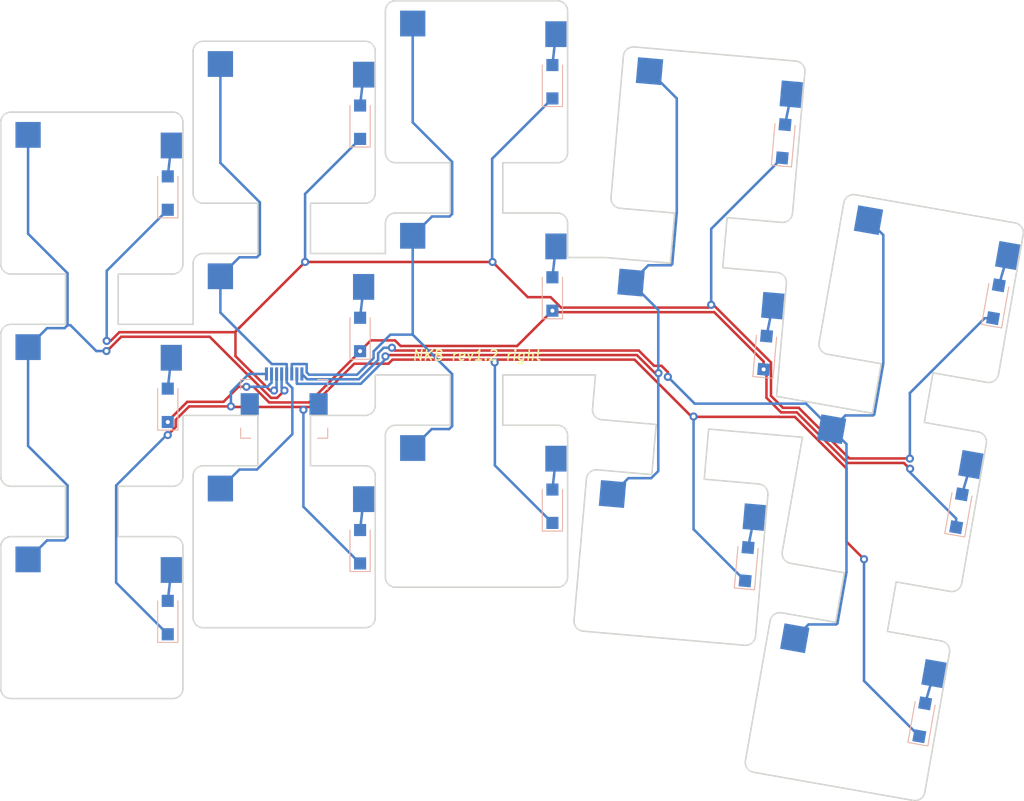
<source format=kicad_pcb>
(kicad_pcb (version 20221018) (generator pcbnew)
  (title_block (title "right") (rev "rev1.2") (company "nikservik"))
  (layers (0 "F.Cu" signal) (31 "B.Cu" signal) (34 "B.Paste" user) (35 "F.Paste" user) (36 "B.SilkS" user "B.Silkscreen") (37 "F.SilkS" user "F.Silkscreen") (38 "B.Mask" user) (39 "F.Mask" user) (44 "Edge.Cuts" user))
  (net 0 "")
  (net 1 "C10")
  (net 2 "RR2")
  (net 3 "S1_s2d")
  (net 4 "RR1")
  (net 5 "S2_s2d")
  (net 6 "RR3")
  (net 7 "S3_s2d")
  (net 8 "C9")
  (net 9 "S4_s2d")
  (net 10 "S5_s2d")
  (net 11 "S6_s2d")
  (net 12 "C8")
  (net 13 "S7_s2d")
  (net 14 "S8_s2d")
  (net 15 "S9_s2d")
  (net 16 "C7")
  (net 17 "S10_s2d")
  (net 18 "S11_s2d")
  (net 19 "S12_s2d")
  (net 20 "C6")
  (net 21 "S13_s2d")
  (net 22 "S14_s2d")
  (net 23 "S15_s2d")
  (footprint "GateronLowProfileSwitch" (layer "F.Cu") (at 279.225337 79.348581 -10)
    (fp_text reference "S2" hide)
    (fp_text value "" hide)
  )
  (footprint "GateronLowProfileSwitch" (layer "F.Cu") (at 197.291967 69.91441)
    (fp_text reference "S14" hide)
    (fp_text value "" hide)
  )
  (footprint "GateronLowProfileSwitch" (layer "F.Cu") (at 254.506483 105.925158 -5)
    (fp_text reference "S6" hide)
    (fp_text value "" hide)
  )
  (footprint "GateronLowProfileSwitch" (layer "F.Cu") (at 235.291967 100.85441)
    (fp_text reference "S9" hide)
    (fp_text value "" hide)
  )
  (footprint "GateronLowProfileSwitch" (layer "F.Cu") (at 258.161795 64.144753 -5)
    (fp_text reference "S5" hide)
    (fp_text value "" hide)
  )
  (footprint "GateronLowProfileSwitch" (layer "F.Cu") (at 271.942532 120.651419 -10)
    (fp_text reference "S3" hide)
    (fp_text value "" hide)
  )
  (footprint "GateronLowProfileSwitch" (layer "F.Cu") (at 235.291967 79.88441)
    (fp_text reference "S7" hide)
    (fp_text value "" hide)
  )
  (footprint "GateronLowProfileSwitch" (layer "F.Cu") (at 235.291967 58.91441)
    (fp_text reference "S8" hide)
    (fp_text value "" hide)
  )
  (footprint "GateronLowProfileSwitch" (layer "F.Cu") (at 197.291967 90.88441)
    (fp_text reference "S13" hide)
    (fp_text value "" hide)
  )
  (footprint "GateronLowProfileSwitch" (layer "F.Cu") (at 216.291967 83.88441)
    (fp_text reference "S10" hide)
    (fp_text value "" hide)
  )
  (footprint "GateronLowProfileSwitch" (layer "F.Cu") (at 275.583934 100 -10)
    (fp_text reference "S1" hide)
    (fp_text value "" hide)
  )
  (footprint "GateronLowProfileSwitch" (layer "F.Cu") (at 216.291967 104.85441)
    (fp_text reference "S12" hide)
    (fp_text value "" hide)
  )
  (footprint "GateronLowProfileSwitch" (layer "F.Cu") (at 216.291967 62.91441)
    (fp_text reference "S11" hide)
    (fp_text value "" hide)
  )
  (footprint "GateronLowProfileSwitch" (layer "F.Cu") (at 256.33414 85.034956 -5)
    (fp_text reference "S4" hide)
    (fp_text value "" hide)
  )
  (footprint "GateronLowProfileSwitch" (layer "F.Cu") (at 197.291967 111.85441)
    (fp_text reference "S15" hide)
    (fp_text value "" hide)
  )
  (footprint "SmdDiode" (layer "B.Cu") (at 279.225337 79.348581 -10)
    (fp_text reference "")
    (fp_text value "")
  )
  (footprint "SmdDiode" (layer "B.Cu") (at 216.291967 104.85441)
    (fp_text reference "")
    (fp_text value "")
  )
  (footprint "SmdDiode" (layer "B.Cu") (at 216.291967 83.88441)
    (fp_text reference "")
    (fp_text value "")
  )
  (footprint "SmdDiode" (layer "B.Cu") (at 216.291967 62.91441)
    (fp_text reference "")
    (fp_text value "")
  )
  (footprint "SmdDiode" (layer "B.Cu") (at 258.161795 64.144753 -5)
    (fp_text reference "")
    (fp_text value "")
  )
  (footprint "SmdDiode" (layer "B.Cu") (at 256.33414 85.034956 -5)
    (fp_text reference "")
    (fp_text value "")
  )
  (footprint "SmdDiode" (layer "B.Cu") (at 197.291967 111.85441)
    (fp_text reference "")
    (fp_text value "")
  )
  (footprint "SmdDiode" (layer "B.Cu") (at 275.583934 100 -10)
    (fp_text reference "")
    (fp_text value "")
  )
  (footprint "HKWClamshellSocket" (layer "B.Cu") (at 216.291967 90.78441 180)
    (fp_text reference "_1" hide)
    (fp_text value "" hide)
  )
  (footprint "SmdDiode" (layer "B.Cu") (at 197.291967 69.91441)
    (fp_text reference "")
    (fp_text value "")
  )
  (footprint "SmdDiode" (layer "B.Cu") (at 235.291967 58.91441)
    (fp_text reference "")
    (fp_text value "")
  )
  (footprint "SmdDiode" (layer "B.Cu") (at 197.291967 90.88441)
    (fp_text reference "")
    (fp_text value "")
  )
  (footprint "SmdDiode" (layer "B.Cu") (at 235.291967 100.85441)
    (fp_text reference "")
    (fp_text value "")
  )
  (footprint "SmdDiode" (layer "B.Cu") (at 254.506483 105.925158 -5)
    (fp_text reference "")
    (fp_text value "")
  )
  (footprint "SmdDiode" (layer "B.Cu") (at 235.291967 79.88441)
    (fp_text reference "")
    (fp_text value "")
  )
  (footprint "SmdDiode" (layer "B.Cu") (at 271.942532 120.651419 -10)
    (fp_text reference "")
    (fp_text value "")
  )
  (gr_line (start 232.691967 66.91441) (end 232.691967 71.88441) (stroke (width 0.15)) (layer "Edge.Cuts"))
  (gr_arc (start 206.291967 97.88441) (mid 205.999074 98.591517) (end 205.291967 98.88441) (stroke (width 0.15)) (layer "Edge.Cuts"))
  (gr_line (start 266.828599 56.872441) (end 250.889484 55.477949) (stroke (width 0.15)) (layer "Edge.Cuts"))
  (gr_arc (start 284.851582 93.510723) (mid 285.497086 93.921954) (end 285.662742 94.669179) (stroke (width 0.15)) (layer "Edge.Cuts"))
  (gr_line (start 263.173287 98.652847) (end 257.793836 98.182206) (stroke (width 0.15)) (layer "Edge.Cuts"))
  (gr_line (start 271.577604 70.892094) (end 269.14653 84.679402) (stroke (width 0.15)) (layer "Edge.Cuts"))
  (gr_line (start 188.291967 62.91441) (end 188.291967 76.91441) (stroke (width 0.15)) (layer "Edge.Cuts"))
  (gr_line (start 226.291967 75.88441) (end 224.291967 75.88441) (stroke (width 0.15)) (layer "Edge.Cuts"))
  (gr_arc (start 264.294799 112.19493) (mid 264.706031 111.549426) (end 265.453256 111.383771) (stroke (width 0.15)) (layer "Edge.Cuts"))
  (gr_line (start 218.891967 91.88441) (end 224.291967 91.88441) (stroke (width 0.15)) (layer "Edge.Cuts"))
  (gr_arc (start 189.291967 98.88441) (mid 188.58486 98.591517) (end 188.291967 97.88441) (stroke (width 0.15)) (layer "Edge.Cuts"))
  (gr_arc (start 262.674885 127.140695) (mid 262.029381 126.729464) (end 261.863725 125.982239) (stroke (width 0.15)) (layer "Edge.Cuts"))
  (gr_line (start 248.064967 76.288606) (end 248.064967 76.28041) (stroke (width 0.15)) (layer "Edge.Cuts"))
  (gr_line (start 207.291967 55.91441) (end 207.291967 69.91441) (stroke (width 0.15)) (layer "Edge.Cuts"))
  (gr_arc (start 188.291967 62.91441) (mid 188.58486 62.207303) (end 189.291967 61.91441) (stroke (width 0.15)) (layer "Edge.Cuts"))
  (gr_line (start 237.891967 66.91441) (end 243.291967 66.91441) (stroke (width 0.15)) (layer "Edge.Cuts"))
  (gr_arc (start 279.590265 129.107906) (mid 279.179034 129.75341) (end 278.431809 129.919066) (stroke (width 0.15)) (layer "Edge.Cuts"))
  (gr_line (start 279.53362 92.573023) (end 280.396651 87.678529) (stroke (width 0.15)) (layer "Edge.Cuts"))
  (gr_arc (start 244.291967 65.91441) (mid 243.999074 66.621517) (end 243.291967 66.91441) (stroke (width 0.15)) (layer "Edge.Cuts"))
  (gr_line (start 189.291967 119.85441) (end 205.291967 119.85441) (stroke (width 0.15)) (layer "Edge.Cuts"))
  (gr_line (start 267.495648 94.04202) (end 265.505127 105.330821) (stroke (width 0.15)) (layer "Edge.Cuts"))
  (gr_arc (start 226.291967 51.91441) (mid 226.58486 51.207303) (end 227.291967 50.91441) (stroke (width 0.15)) (layer "Edge.Cuts"))
  (gr_arc (start 262.862146 113.682923) (mid 262.508739 114.361812) (end 261.778795 114.591962) (stroke (width 0.15)) (layer "Edge.Cuts"))
  (gr_line (start 254.441279 76.838793) (end 249.061828 76.368152) (stroke (width 0.15)) (layer "Edge.Cuts"))
  (gr_line (start 279.590265 129.107906) (end 282.021339 115.320598) (stroke (width 0.15)) (layer "Edge.Cuts"))
  (gr_line (start 276.755249 108.329947) (end 282.073211 109.267647) (stroke (width 0.15)) (layer "Edge.Cuts"))
  (gr_line (start 252.613623 97.728996) (end 247.234172 97.258355) (stroke (width 0.15)) (layer "Edge.Cuts"))
  (gr_line (start 224.291967 54.91441) (end 208.291967 54.91441) (stroke (width 0.15)) (layer "Edge.Cuts"))
  (gr_arc (start 207.291967 76.88441) (mid 207.58486 76.177303) (end 208.291967 75.88441) (stroke (width 0.15)) (layer "Edge.Cuts"))
  (gr_arc (start 269.957689 85.837857) (mid 269.312186 85.426626) (end 269.14653 84.679402) (stroke (width 0.15)) (layer "Edge.Cuts"))
  (gr_arc (start 281.210179 114.162142) (mid 281.855683 114.573373) (end 282.021339 115.320598) (stroke (width 0.15)) (layer "Edge.Cuts"))
  (gr_line (start 249.494992 71.417064) (end 254.874443 71.887705) (stroke (width 0.15)) (layer "Edge.Cuts"))
  (gr_line (start 259.621492 77.292003) (end 260.054656 72.340915) (stroke (width 0.15)) (layer "Edge.Cuts"))
  (gr_line (start 266.316287 106.489277) (end 271.634249 107.426977) (stroke (width 0.15)) (layer "Edge.Cuts"))
  (gr_line (start 253.046787 92.777908) (end 252.613623 97.728996) (stroke (width 0.15)) (layer "Edge.Cuts"))
  (gr_line (start 194.691967 77.91441) (end 194.691967 82.88441) (stroke (width 0.15)) (layer "Edge.Cuts"))
  (gr_arc (start 226.291967 93.85441) (mid 226.58486 93.147303) (end 227.291967 92.85441) (stroke (width 0.15)) (layer "Edge.Cuts"))
  (gr_line (start 254.874443 71.887705) (end 254.441279 76.838793) (stroke (width 0.15)) (layer "Edge.Cuts"))
  (gr_line (start 213.691967 96.85441) (end 208.291967 96.85441) (stroke (width 0.15)) (layer "Edge.Cuts"))
  (gr_line (start 213.691967 75.88441) (end 208.291967 75.88441) (stroke (width 0.15)) (layer "Edge.Cuts"))
  (gr_arc (start 224.291967 96.85441) (mid 224.999074 97.147303) (end 225.291967 97.85441) (stroke (width 0.15)) (layer "Edge.Cuts"))
  (gr_line (start 243.291967 92.85441) (end 237.891967 92.85441) (stroke (width 0.15)) (layer "Edge.Cuts"))
  (gr_line (start 199.891967 103.85441) (end 199.891967 98.88441) (stroke (width 0.15)) (layer "Edge.Cuts"))
  (gr_arc (start 225.291967 111.85441) (mid 224.999074 112.561517) (end 224.291967 112.85441) (stroke (width 0.15)) (layer "Edge.Cuts"))
  (gr_line (start 244.291967 65.91441) (end 244.291967 51.91441) (stroke (width 0.15)) (layer "Edge.Cuts"))
  (gr_line (start 237.891967 71.88441) (end 237.891967 66.91441) (stroke (width 0.15)) (layer "Edge.Cuts"))
  (gr_line (start 199.891967 98.88441) (end 205.291967 98.88441) (stroke (width 0.15)) (layer "Edge.Cuts"))
  (gr_arc (start 208.291967 70.91441) (mid 207.58486 70.621517) (end 207.291967 69.91441) (stroke (width 0.15)) (layer "Edge.Cuts"))
  (gr_line (start 207.291967 76.88441) (end 207.291967 82.88441) (stroke (width 0.15)) (layer "Edge.Cuts"))
  (gr_line (start 199.891967 82.88441) (end 207.291967 82.88441) (stroke (width 0.15)) (layer "Edge.Cuts"))
  (gr_arc (start 188.291967 83.88441) (mid 188.58486 83.177303) (end 189.291967 82.88441) (stroke (width 0.15)) (layer "Edge.Cuts"))
  (gr_line (start 225.291967 111.85441) (end 225.291967 97.85441) (stroke (width 0.15)) (layer "Edge.Cuts"))
  (gr_arc (start 249.494992 71.417065) (mid 248.816103 71.063658) (end 248.585953 70.333714) (stroke (width 0.15)) (layer "Edge.Cuts"))
  (gr_arc (start 271.577604 70.892094) (mid 271.988835 70.24659) (end 272.73606 70.080934) (stroke (width 0.15)) (layer "Edge.Cuts"))
  (gr_line (start 243.291967 50.91441) (end 227.291967 50.91441) (stroke (width 0.15)) (layer "Edge.Cuts"))
  (gr_line (start 194.691967 103.85441) (end 189.291967 103.85441) (stroke (width 0.15)) (layer "Edge.Cuts"))
  (gr_arc (start 283.231667 108.456488) (mid 282.820436 109.101992) (end 282.073211 109.267648) (stroke (width 0.15)) (layer "Edge.Cuts"))
  (gr_line (start 275.275651 86.775558) (end 274.41262 91.670053) (stroke (width 0.15)) (layer "Edge.Cuts"))
  (gr_arc (start 189.291967 119.85441) (mid 188.58486 119.561517) (end 188.291967 118.85441) (stroke (width 0.15)) (layer "Edge.Cuts"))
  (gr_line (start 207.291967 97.85441) (end 207.291967 111.85441) (stroke (width 0.15)) (layer "Edge.Cuts"))
  (gr_line (start 213.691967 70.91441) (end 213.691967 75.88441) (stroke (width 0.15)) (layer "Edge.Cuts"))
  (gr_arc (start 244.291967 107.85441) (mid 243.999074 108.561517) (end 243.291967 108.85441) (stroke (width 0.15)) (layer "Edge.Cuts"))
  (gr_line (start 275.892218 113.224442) (end 276.755249 108.329947) (stroke (width 0.15)) (layer "Edge.Cuts"))
  (gr_line (start 232.691967 92.85441) (end 227.291967 92.85441) (stroke (width 0.15)) (layer "Edge.Cuts"))
  (gr_arc (start 249.806133 56.386988) (mid 250.15954 55.708099) (end 250.889484 55.477949) (stroke (width 0.15)) (layer "Edge.Cuts"))
  (gr_arc (start 225.291967 69.91441) (mid 224.999074 70.621517) (end 224.291967 70.91441) (stroke (width 0.15)) (layer "Edge.Cuts"))
  (gr_line (start 218.891967 75.88441) (end 218.891967 70.91441) (stroke (width 0.15)) (layer "Edge.Cuts"))
  (gr_line (start 237.891967 87.88441) (end 247.050466 87.88441) (stroke (width 0.15)) (layer "Edge.Cuts"))
  (gr_line (start 225.291967 69.91441) (end 225.291967 55.91441) (stroke (width 0.15)) (layer "Edge.Cuts"))
  (gr_arc (start 188.291967 104.85441) (mid 188.58486 104.147303) (end 189.291967 103.85441) (stroke (width 0.15)) (layer "Edge.Cuts"))
  (gr_arc (start 245.839681 113.19747) (mid 245.160792 112.844063) (end 244.930641 112.11412) (stroke (width 0.15)) (layer "Edge.Cuts"))
  (gr_arc (start 205.291967 61.91441) (mid 205.999074 62.207303) (end 206.291967 62.91441) (stroke (width 0.15)) (layer "Edge.Cuts"))
  (gr_arc (start 227.291967 108.85441) (mid 226.58486 108.561517) (end 226.291967 107.85441) (stroke (width 0.15)) (layer "Edge.Cuts"))
  (gr_line (start 226.291967 72.88441) (end 226.291967 75.88441) (stroke (width 0.15)) (layer "Edge.Cuts"))
  (gr_arc (start 247.667337 92.307267) (mid 246.988448 91.95386) (end 246.758297 91.223917) (stroke (width 0.15)) (layer "Edge.Cuts"))
  (gr_line (start 249.061828 76.368152) (end 248.065633 76.280996) (stroke (width 0.15)) (layer "Edge.Cuts"))
  (gr_line (start 194.691967 82.88441) (end 189.291967 82.88441) (stroke (width 0.15)) (layer "Edge.Cuts"))
  (gr_line (start 206.291967 118.85441) (end 206.291967 104.85441) (stroke (width 0.15)) (layer "Edge.Cuts"))
  (gr_line (start 264.2948 112.194931) (end 261.863725 125.982239) (stroke (width 0.15)) (layer "Edge.Cuts"))
  (gr_arc (start 266.517457 71.902518) (mid 266.16405 72.581406) (end 265.434107 72.811556) (stroke (width 0.15)) (layer "Edge.Cuts"))
  (gr_arc (start 226.291967 72.88441) (mid 226.58486 72.177303) (end 227.291967 71.88441) (stroke (width 0.15)) (layer "Edge.Cuts"))
  (gr_line (start 284.851582 93.510723) (end 279.53362 92.573023) (stroke (width 0.15)) (layer "Edge.Cuts"))
  (gr_line (start 245.83968 113.19747) (end 261.778795 114.591962) (stroke (width 0.15)) (layer "Edge.Cuts"))
  (gr_line (start 244.291967 107.85441) (end 244.291967 93.85441) (stroke (width 0.15)) (layer "Edge.Cuts"))
  (gr_arc (start 206.291967 118.85441) (mid 205.999074 119.561517) (end 205.291967 119.85441) (stroke (width 0.15)) (layer "Edge.Cuts"))
  (gr_line (start 205.291967 103.85441) (end 199.891967 103.85441) (stroke (width 0.15)) (layer "Edge.Cuts"))
  (gr_line (start 225.291967 90.88441) (end 225.291967 87.88441) (stroke (width 0.15)) (layer "Edge.Cuts"))
  (gr_arc (start 243.291967 71.88441) (mid 243.999074 72.177303) (end 244.291967 72.88441) (stroke (width 0.15)) (layer "Edge.Cuts"))
  (gr_line (start 224.291967 96.85441) (end 218.891967 96.85441) (stroke (width 0.15)) (layer "Edge.Cuts"))
  (gr_line (start 232.691967 71.88441) (end 227.291967 71.88441) (stroke (width 0.15)) (layer "Edge.Cuts"))
  (gr_arc (start 224.291967 54.91441) (mid 224.999074 55.207303) (end 225.291967 55.91441) (stroke (width 0.15)) (layer "Edge.Cuts"))
  (gr_line (start 262.862146 113.682923) (end 264.082326 99.736197) (stroke (width 0.15)) (layer "Edge.Cuts"))
  (gr_arc (start 206.291967 76.91441) (mid 205.999074 77.621517) (end 205.291967 77.91441) (stroke (width 0.15)) (layer "Edge.Cuts"))
  (gr_arc (start 266.316287 106.489277) (mid 265.670783 106.078046) (end 265.505127 105.330821) (stroke (width 0.15)) (layer "Edge.Cuts"))
  (gr_line (start 226.291967 51.91441) (end 226.291967 65.91441) (stroke (width 0.15)) (layer "Edge.Cuts"))
  (gr_arc (start 266.828599 56.872441) (mid 267.507488 57.225848) (end 267.737638 57.955792) (stroke (width 0.15)) (layer "Edge.Cuts"))
  (gr_line (start 247.050466 87.88441) (end 246.758297 91.223917) (stroke (width 0.15)) (layer "Edge.Cuts"))
  (gr_line (start 218.891967 96.85441) (end 218.891967 91.88441) (stroke (width 0.15)) (layer "Edge.Cuts"))
  (gr_line (start 188.291967 104.85441) (end 188.291967 118.85441) (stroke (width 0.15)) (layer "Edge.Cuts"))
  (gr_line (start 249.806133 56.386988) (end 248.585953 70.333714) (stroke (width 0.15)) (layer "Edge.Cuts"))
  (gr_line (start 288.492984 72.859305) (end 272.73606 70.080934) (stroke (width 0.15)) (layer "Edge.Cuts"))
  (gr_line (start 260.054656 72.340915) (end 265.434107 72.811556) (stroke (width 0.15)) (layer "Edge.Cuts"))
  (gr_line (start 226.291967 93.85441) (end 226.291967 107.85441) (stroke (width 0.15)) (layer "Edge.Cuts"))
  (gr_line (start 269.957689 85.837858) (end 275.275651 86.775558) (stroke (width 0.15)) (layer "Edge.Cuts"))
  (gr_line (start 208.291967 70.91441) (end 213.691967 70.91441) (stroke (width 0.15)) (layer "Edge.Cuts"))
  (gr_line (start 262.674885 127.140695) (end 278.431809 129.919066) (stroke (width 0.15)) (layer "Edge.Cuts"))
  (gr_line (start 206.291967 91.88441) (end 213.691967 91.88441) (stroke (width 0.15)) (layer "Edge.Cuts"))
  (gr_line (start 280.396651 87.678529) (end 285.714613 88.616229) (stroke (width 0.15)) (layer "Edge.Cuts"))
  (gr_arc (start 265.000942 77.762644) (mid 265.679831 78.116051) (end 265.909982 78.845994) (stroke (width 0.15)) (layer "Edge.Cuts"))
  (gr_line (start 266.517457 71.902517) (end 267.737638 57.955792) (stroke (width 0.15)) (layer "Edge.Cuts"))
  (gr_arc (start 207.291967 97.85441) (mid 207.58486 97.147303) (end 208.291967 96.85441) (stroke (width 0.15)) (layer "Edge.Cuts"))
  (gr_line (start 189.291967 77.91441) (end 194.691967 77.91441) (stroke (width 0.15)) (layer "Edge.Cuts"))
  (gr_line (start 188.291967 83.88441) (end 188.291967 97.88441) (stroke (width 0.15)) (layer "Edge.Cuts"))
  (gr_arc (start 263.173286 98.652847) (mid 263.852175 99.006254) (end 264.082326 99.736197) (stroke (width 0.15)) (layer "Edge.Cuts"))
  (gr_line (start 208.291967 112.85441) (end 224.291967 112.85441) (stroke (width 0.15)) (layer "Edge.Cuts"))
  (gr_arc (start 243.291967 92.85441) (mid 243.999074 93.147303) (end 244.291967 93.85441) (stroke (width 0.15)) (layer "Edge.Cuts"))
  (gr_line (start 218.891967 70.91441) (end 224.291967 70.91441) (stroke (width 0.15)) (layer "Edge.Cuts"))
  (gr_line (start 199.891967 77.91441) (end 205.291967 77.91441) (stroke (width 0.15)) (layer "Edge.Cuts"))
  (gr_line (start 227.291967 66.91441) (end 232.691967 66.91441) (stroke (width 0.15)) (layer "Edge.Cuts"))
  (gr_arc (start 288.492984 72.859305) (mid 289.138488 73.270536) (end 289.304144 74.017761) (stroke (width 0.15)) (layer "Edge.Cuts"))
  (gr_line (start 264.934242 89.998759) (end 265.909982 78.845994) (stroke (width 0.15)) (layer "Edge.Cuts"))
  (gr_arc (start 246.150821 98.167394) (mid 246.504228 97.488505) (end 247.234172 97.258355) (stroke (width 0.15)) (layer "Edge.Cuts"))
  (gr_arc (start 205.291967 103.85441) (mid 205.999074 104.147303) (end 206.291967 104.85441) (stroke (width 0.15)) (layer "Edge.Cuts"))
  (gr_line (start 248.065633 76.280996) (end 248.064967 76.288606) (stroke (width 0.15)) (layer "Edge.Cuts"))
  (gr_line (start 248.064967 76.28041) (end 244.291967 76.28041) (stroke (width 0.15)) (layer "Edge.Cuts"))
  (gr_arc (start 227.291967 66.91441) (mid 226.58486 66.621517) (end 226.291967 65.91441) (stroke (width 0.15)) (layer "Edge.Cuts"))
  (gr_line (start 264.934242 89.998759) (end 274.41262 91.670053) (stroke (width 0.15)) (layer "Edge.Cuts"))
  (gr_line (start 237.891967 92.85441) (end 237.891967 87.88441) (stroke (width 0.15)) (layer "Edge.Cuts"))
  (gr_line (start 281.21018 114.162142) (end 275.892218 113.224442) (stroke (width 0.15)) (layer "Edge.Cuts"))
  (gr_line (start 227.291967 108.85441) (end 243.291967 108.85441) (stroke (width 0.15)) (layer "Edge.Cuts"))
  (gr_arc (start 189.291967 77.91441) (mid 188.58486 77.621517) (end 188.291967 76.91441) (stroke (width 0.15)) (layer "Edge.Cuts"))
  (gr_arc (start 225.291967 90.88441) (mid 224.999074 91.591517) (end 224.291967 91.88441) (stroke (width 0.15)) (layer "Edge.Cuts"))
  (gr_line (start 265.000943 77.762644) (end 259.621492 77.292003) (stroke (width 0.15)) (layer "Edge.Cuts"))
  (gr_line (start 206.291967 76.91441) (end 206.291967 62.91441) (stroke (width 0.15)) (layer "Edge.Cuts"))
  (gr_arc (start 243.291967 50.91441) (mid 243.999074 51.207303) (end 244.291967 51.91441) (stroke (width 0.15)) (layer "Edge.Cuts"))
  (gr_line (start 205.291967 61.91441) (end 189.291967 61.91441) (stroke (width 0.15)) (layer "Edge.Cuts"))
  (gr_line (start 189.291967 98.88441) (end 194.691967 98.88441) (stroke (width 0.15)) (layer "Edge.Cuts"))
  (gr_arc (start 207.291967 55.91441) (mid 207.58486 55.207303) (end 208.291967 54.91441) (stroke (width 0.15)) (layer "Edge.Cuts"))
  (gr_arc (start 208.291967 112.85441) (mid 207.58486 112.561517) (end 207.291967 111.85441) (stroke (width 0.15)) (layer "Edge.Cuts"))
  (gr_line (start 247.667336 92.307267) (end 253.046787 92.777908) (stroke (width 0.15)) (layer "Edge.Cuts"))
  (gr_line (start 246.150821 98.167394) (end 244.930641 112.11412) (stroke (width 0.15)) (layer "Edge.Cuts"))
  (gr_line (start 244.291967 76.28041) (end 244.291967 72.88441) (stroke (width 0.15)) (layer "Edge.Cuts"))
  (gr_line (start 194.691967 98.88441) (end 194.691967 103.85441) (stroke (width 0.15)) (layer "Edge.Cuts"))
  (gr_line (start 243.291967 71.88441) (end 237.891967 71.88441) (stroke (width 0.15)) (layer "Edge.Cuts"))
  (gr_line (start 199.891967 82.88441) (end 199.891967 77.91441) (stroke (width 0.15)) (layer "Edge.Cuts"))
  (gr_line (start 257.793836 98.182206) (end 258.227 93.231118) (stroke (width 0.15)) (layer "Edge.Cuts"))
  (gr_line (start 258.227 93.231118) (end 267.495648 94.04202) (stroke (width 0.15)) (layer "Edge.Cuts"))
  (gr_line (start 232.691967 87.88441) (end 232.691967 92.85441) (stroke (width 0.15)) (layer "Edge.Cuts"))
  (gr_line (start 224.291967 75.88441) (end 218.891967 75.88441) (stroke (width 0.15)) (layer "Edge.Cuts"))
  (gr_line (start 270.771217 112.321471) (end 265.453256 111.383771) (stroke (width 0.15)) (layer "Edge.Cuts"))
  (gr_line (start 225.291967 87.88441) (end 232.691967 87.88441) (stroke (width 0.15)) (layer "Edge.Cuts"))
  (gr_line (start 206.291967 97.88441) (end 206.291967 91.88441) (stroke (width 0.15)) (layer "Edge.Cuts"))
  (gr_arc (start 286.873069 87.805069) (mid 286.461838 88.450573) (end 285.714613 88.616229) (stroke (width 0.15)) (layer "Edge.Cuts"))
  (gr_line (start 213.691967 91.88441) (end 213.691967 96.85441) (stroke (width 0.15)) (layer "Edge.Cuts"))
  (gr_line (start 283.231667 108.456488) (end 285.662741 94.669179) (stroke (width 0.15)) (layer "Edge.Cuts"))
  (gr_line (start 286.873069 87.805069) (end 289.304144 74.017761) (stroke (width 0.15)) (layer "Edge.Cuts"))
  (gr_line (start 271.634249 107.426977) (end 270.771217 112.321471) (stroke (width 0.15)) (layer "Edge.Cuts"))
  (gr_text "NKB rev1.2 right" (at 228.87 86.54) (layer "F.SilkS") (effects (font (size 1 1) (thickness 0.15) italic) (justify left bottom)))
  (segment (start 226.94 85.1955) (end 227.2145 85.47) (width 0.25) (layer "F.Cu") (net 1))
  (segment (start 254.2 87.610096) (end 254.2 88.07) (width 0.25) (layer "F.Cu") (net 1))
  (segment (start 252.836346 86.97995) (end 253.569854 86.97995) (width 0.25) (layer "F.Cu") (net 1))
  (segment (start 251.326396 85.47) (end 252.836346 86.97995) (width 0.25) (layer "F.Cu") (net 1))
  (segment (start 227.2145 85.47) (end 251.326396 85.47) (width 0.25) (layer "F.Cu") (net 1))
  (segment (start 253.569854 86.97995) (end 254.2 87.610096) (width 0.25) (layer "F.Cu") (net 1))
  (via (at 254.2 88.07) (size 0.8) (drill 0.4) (layers "F.Cu" "B.Cu") (net 1))
  (via (at 226.94 85.1955) (size 0.8) (drill 0.4) (layers "F.Cu" "B.Cu") (net 1))
  (segment (start 270.953793 112.437785) (end 270.818071 112.532819) (width 0.25) (layer "B.Cu") (net 1))
  (segment (start 274.595196 91.786367) (end 274.459474 91.881401) (width 0.25) (layer "B.Cu") (net 1))
  (segment (start 275.486999 74.059427) (end 275.486999 86.728704) (width 0.25) (layer "B.Cu") (net 1))
  (segment (start 275.486999 86.728704) (end 274.595196 91.786367) (width 0.25) (layer "B.Cu") (net 1))
  (segment (start 274.459474 91.881401) (end 271.740093 91.881401) (width 0.25) (layer "B.Cu") (net 1))
  (segment (start 270.818071 112.532819) (end 268.098692 112.532819) (width 0.25) (layer "B.Cu") (net 1))
  (segment (start 268.098692 112.532819) (end 266.73672 113.894791) (width 0.25) (layer "B.Cu") (net 1))
  (segment (start 271.845597 94.710847) (end 271.845597 107.380123) (width 0.25) (layer "B.Cu") (net 1))
  (segment (start 270.378122 93.243372) (end 271.845597 94.710847) (width 0.25) (layer "B.Cu") (net 1))
  (segment (start 223.674194 88.30941) (end 218.566967 88.30941) (width 0.25) (layer "B.Cu") (net 1))
  (segment (start 225.574098 86.409506) (end 223.674194 88.30941) (width 0.25) (layer "B.Cu") (net 1))
  (segment (start 256.846126 90.716126) (end 267.850876 90.716126) (width 0.25) (layer "B.Cu") (net 1))
  (segment (start 226.94 85.1955) (end 226.123793 85.1955) (width 0.25) (layer "B.Cu") (net 1))
  (segment (start 267.850876 90.716126) (end 270.378122 93.243372) (width 0.25) (layer "B.Cu") (net 1))
  (segment (start 271.740093 91.881401) (end 270.378122 93.243372) (width 0.25) (layer "B.Cu") (net 1))
  (segment (start 271.845597 107.380123) (end 270.953793 112.437785) (width 0.25) (layer "B.Cu") (net 1))
  (segment (start 254.2 88.07) (end 256.846126 90.716126) (width 0.25) (layer "B.Cu") (net 1))
  (segment (start 225.574098 85.745195) (end 225.574098 86.409506) (width 0.25) (layer "B.Cu") (net 1))
  (segment (start 274.019525 72.591953) (end 275.486999 74.059427) (width 0.25) (layer "B.Cu") (net 1))
  (segment (start 218.566967 88.30941) (end 218.041967 87.78441) (width 0.25) (layer "B.Cu") (net 1))
  (segment (start 226.123793 85.1955) (end 225.574098 85.745195) (width 0.25) (layer "B.Cu") (net 1))
  (segment (start 212.562299 89.052299) (end 213.259708 89.052299) (width 0.25) (layer "F.Cu") (net 2))
  (segment (start 277.809695 96.875) (end 277.514695 96.58) (width 0.25) (layer "F.Cu") (net 2))
  (segment (start 277.857219 96.875) (end 277.809695 96.875) (width 0.25) (layer "F.Cu") (net 2))
  (segment (start 218.75586 90.597744) (end 223.791967 85.561637) (width 0.25) (layer "F.Cu") (net 2))
  (segment (start 214.805153 90.597744) (end 218.75586 90.597744) (width 0.25) (layer "F.Cu") (net 2))
  (segment (start 239.306377 85.02) (end 242.791967 81.53441) (width 0.25) (layer "F.Cu") (net 2))
  (segment (start 277.514695 96.58) (end 271.94 96.58) (width 0.25) (layer "F.Cu") (net 2))
  (segment (start 223.791967 85.561637) (end 223.791967 85.53441) (width 0.25) (layer "F.Cu") (net 2))
  (segment (start 223.791967 85.53441) (end 224.855877 84.4705) (width 0.25) (layer "F.Cu") (net 2))
  (segment (start 227.240305 84.4705) (end 227.789805 85.02) (width 0.25) (layer "F.Cu") (net 2))
  (segment (start 242.937789 81.680232) (end 258.782889 81.680232) (width 0.25) (layer "F.Cu") (net 2))
  (segment (start 263.661793 86.559136) (end 263.661793 87.332345) (width 0.25) (layer "F.Cu") (net 2))
  (segment (start 224.855877 84.4705) (end 227.240305 84.4705) (width 0.25) (layer "F.Cu") (net 2))
  (segment (start 210.3 90.54) (end 206.717138 90.54) (width 0.25) (layer "F.Cu") (net 2))
  (segment (start 278.13149 97.149271) (end 277.857219 96.875) (width 0.25) (layer "F.Cu") (net 2))
  (segment (start 227.789805 85.02) (end 239.306377 85.02) (width 0.25) (layer "F.Cu") (net 2))
  (segment (start 213.259708 89.052299) (end 214.805153 90.597744) (width 0.25) (layer "F.Cu") (net 2))
  (segment (start 212.562299 89.052299) (end 211.787701 89.052299) (width 0.25) (layer "F.Cu") (net 2))
  (segment (start 206.717138 90.54) (end 204.791967 92.465171) (width 0.25) (layer "F.Cu") (net 2))
  (segment (start 266.94 91.58) (end 265.383604 91.58) (width 0.25) (layer "F.Cu") (net 2))
  (segment (start 271.94 96.58) (end 266.94 91.58) (width 0.25) (layer "F.Cu") (net 2))
  (segment (start 211.787701 89.052299) (end 210.3 90.54) (width 0.25) (layer "F.Cu") (net 2))
  (segment (start 263.94 90.136396) (end 263.94 87.610552) (width 0.25) (layer "F.Cu") (net 2))
  (segment (start 265.383604 91.58) (end 263.94 90.136396) (width 0.25) (layer "F.Cu") (net 2))
  (segment (start 263.94 87.610552) (end 263.661793 87.332345) (width 0.25) (layer "F.Cu") (net 2))
  (segment (start 242.791967 81.53441) (end 242.937789 81.680232) (width 0.25) (layer "F.Cu") (net 2))
  (segment (start 258.782889 81.680232) (end 263.661793 86.559136) (width 0.25) (layer "F.Cu") (net 2))
  (segment (start 204.791967 92.465171) (end 204.791967 92.53441) (width 0.25) (layer "F.Cu") (net 2))
  (via (at 223.791967 85.53441) (size 0.8) (drill 0.4) (layers "F.Cu" "B.Cu") (net 2))
  (via (at 263.661793 87.332345) (size 0.8) (drill 0.4) (layers "F.Cu" "B.Cu") (net 2))
  (via (at 204.791967 92.53441) (size 0.8) (drill 0.4) (layers "F.Cu" "B.Cu") (net 2))
  (via (at 212.562299 89.052299) (size 0.8) (drill 0.4) (layers "F.Cu" "B.Cu") (net 2))
  (via (at 278.13149 97.149271) (size 0.8) (drill 0.4) (layers "F.Cu" "B.Cu") (net 2))
  (via (at 242.791967 81.53441) (size 0.8) (drill 0.4) (layers "F.Cu" "B.Cu") (net 2))
  (segment (start 282.683473 102.073473) (end 282.683473 102.927294) (width 0.25) (layer "B.Cu") (net 2))
  (segment (start 214.637701 89.052299) (end 215.041967 88.648033) (width 0.25) (layer "B.Cu") (net 2))
  (segment (start 278.13149 97.149271) (end 278.13149 97.52149) (width 0.25) (layer "B.Cu") (net 2))
  (segment (start 212.562299 89.052299) (end 214.637701 89.052299) (width 0.25) (layer "B.Cu") (net 2))
  (segment (start 215.041967 88.648033) (end 215.041967 87.78441) (width 0.25) (layer "B.Cu") (net 2))
  (segment (start 278.13149 97.52149) (end 282.683473 102.073473) (width 0.25) (layer "B.Cu") (net 2))
  (segment (start 284.130822 96.734542) (end 283.256512 99.677429) (width 0.25) (layer "B.Cu") (net 3))
  (segment (start 214.902945 89.422744) (end 213.089611 87.60941) (width 0.25) (layer "F.Cu") (net 4))
  (segment (start 264.39 89.95) (end 264.39 86.650947) (width 0.25) (layer "F.Cu") (net 4))
  (segment (start 199.148909 84.52) (end 198.76 84.52) (width 0.25) (layer "F.Cu") (net 4))
  (segment (start 200.008909 83.66) (end 199.148909 84.52) (width 0.25) (layer "F.Cu") (net 4))
  (segment (start 236.88 76.72) (end 218.36 76.72) (width 0.25) (layer "F.Cu") (net 4))
  (segment (start 242.62 80.2) (end 243.650232 81.230232) (width 0.25) (layer "F.Cu") (net 4))
  (segment (start 213.06941 87.60941) (end 211.48 86.02) (width 0.25) (layer "F.Cu") (net 4))
  (segment (start 211.48 86.02) (end 211.48 83.6) (width 0.25) (layer "F.Cu") (net 4))
  (segment (start 258.205 81.230232) (end 258.48 80.955232) (width 0.25) (layer "F.Cu") (net 4))
  (segment (start 213.089611 87.60941) (end 213.06941 87.60941) (width 0.25) (layer "F.Cu") (net 4))
  (segment (start 264.39 86.650947) (end 258.694285 80.955232) (width 0.25) (layer "F.Cu") (net 4))
  (segment (start 211.99559 83.08441) (end 211.42 83.66) (width 0.25) (layer "F.Cu") (net 4))
  (segment (start 243.650232 81.230232) (end 258.205 81.230232) (width 0.25) (layer "F.Cu") (net 4))
  (segment (start 278.11 96.15) (end 278.09 96.13) (width 0.25) (layer "F.Cu") (net 4))
  (segment (start 236.88 76.72) (end 240.36 80.2) (width 0.25) (layer "F.Cu") (net 4))
  (segment (start 211.48 83.6) (end 211.99559 83.08441) (width 0.25) (layer "F.Cu") (net 4))
  (segment (start 258.694285 80.955232) (end 258.48 80.955232) (width 0.25) (layer "F.Cu") (net 4))
  (segment (start 240.36 80.2) (end 242.62 80.2) (width 0.25) (layer "F.Cu") (net 4))
  (segment (start 211.42 83.66) (end 200.008909 83.66) (width 0.25) (layer "F.Cu") (net 4))
  (segment (start 267.126396 91.13) (end 265.57 91.13) (width 0.25) (layer "F.Cu") (net 4))
  (segment (start 218.36 76.72) (end 211.99559 83.08441) (width 0.25) (layer "F.Cu") (net 4))
  (segment (start 265.57 91.13) (end 264.39 89.95) (width 0.25) (layer "F.Cu") (net 4))
  (segment (start 272.126396 96.13) (end 267.126396 91.13) (width 0.25) (layer "F.Cu") (net 4))
  (segment (start 278.09 96.13) (end 272.126396 96.13) (width 0.25) (layer "F.Cu") (net 4))
  (segment (start 215.291854 89.422744) (end 214.902945 89.422744) (width 0.25) (layer "F.Cu") (net 4))
  (via (at 236.88 76.72) (size 0.8) (drill 0.4) (layers "F.Cu" "B.Cu") (net 4))
  (via (at 218.36 76.72) (size 0.8) (drill 0.4) (layers "F.Cu" "B.Cu") (net 4))
  (via (at 215.291854 89.422744) (size 0.8) (drill 0.4) (layers "F.Cu" "B.Cu") (net 4))
  (via (at 258.48 80.955232) (size 0.8) (drill 0.4) (layers "F.Cu" "B.Cu") (net 4))
  (via (at 278.11 96.15) (size 0.8) (drill 0.4) (layers "F.Cu" "B.Cu") (net 4))
  (via (at 198.76 84.52) (size 0.8) (drill 0.4) (layers "F.Cu" "B.Cu") (net 4))
  (segment (start 215.291854 89.422744) (end 215.541967 89.172631) (width 0.25) (layer "B.Cu") (net 4))
  (segment (start 236.84 66.516377) (end 242.791967 60.56441) (width 0.25) (layer "B.Cu") (net 4))
  (segment (start 215.541967 89.172631) (end 215.541967 87.78441) (width 0.25) (layer "B.Cu") (net 4))
  (segment (start 258.48 73.45159) (end 258.48 80.955232) (width 0.25) (layer "B.Cu") (net 4))
  (segment (start 236.88 76.72) (end 236.84 76.68) (width 0.25) (layer "B.Cu") (net 4))
  (segment (start 198.76 84.52) (end 198.76 77.596377) (width 0.25) (layer "B.Cu") (net 4))
  (segment (start 278.11 96.15) (end 278.11 89.66629) (width 0.25) (layer "B.Cu") (net 4))
  (segment (start 223.791967 64.56441) (end 218.36 69.996377) (width 0.25) (layer "B.Cu") (net 4))
  (segment (start 198.76 77.596377) (end 204.791967 71.56441) (width 0.25) (layer "B.Cu") (net 4))
  (segment (start 218.36 69.996377) (end 218.36 76.72) (width 0.25) (layer "B.Cu") (net 4))
  (segment (start 285.500415 82.275875) (end 286.324876 82.275875) (width 0.25) (layer "B.Cu") (net 4))
  (segment (start 236.84 76.68) (end 236.84 66.516377) (width 0.25) (layer "B.Cu") (net 4))
  (segment (start 278.11 89.66629) (end 285.500415 82.275875) (width 0.25) (layer "B.Cu") (net 4))
  (segment (start 265.489448 66.442142) (end 258.48 73.45159) (width 0.25) (layer "B.Cu") (net 4))
  (segment (start 287.772224 76.083123) (end 286.897914 79.02601) (width 0.25) (layer "B.Cu") (net 5))
  (segment (start 204.79 93.82) (end 205.58 93.03) (width 0.25) (layer "F.Cu") (net 6))
  (segment (start 237.09 86.6445) (end 236.8155 86.37) (width 0.25) (layer "F.Cu") (net 6))
  (segment (start 237.09 86.6445) (end 237.3645 86.37) (width 0.25) (layer "F.Cu") (net 6))
  (segment (start 271.85 104.36) (end 273.58 106.09) (width 0.25) (layer "F.Cu") (net 6))
  (segment (start 266.753604 92.03) (end 271.85 97.126396) (width 0.25) (layer "F.Cu") (net 6))
  (segment (start 218.192465 91.095279) (end 218.24 91.047744) (width 0.25) (layer "F.Cu") (net 6))
  (segment (start 205.58 92.313534) (end 206.903534 90.99) (width 0.25) (layer "F.Cu") (net 6))
  (segment (start 265.187208 92.02) (end 265.197208 92.03) (width 0.25) (layer "F.Cu") (net 6))
  (segment (start 271.85 97.126396) (end 271.85 104.36) (width 0.25) (layer "F.Cu") (net 6))
  (segment (start 226.599403 86.7705) (end 223.2195 86.7705) (width 0.25) (layer "F.Cu") (net 6))
  (segment (start 218.192465 91.33) (end 218.192465 91.095279) (width 0.25) (layer "F.Cu") (net 6))
  (segment (start 236.8155 86.37) (end 226.999903 86.37) (width 0.25) (layer "F.Cu") (net 6))
  (segment (start 256.77 92.02) (end 265.187208 92.02) (width 0.25) (layer "F.Cu") (net 6))
  (segment (start 206.903534 90.99) (end 211.03 90.99) (width 0.25) (layer "F.Cu") (net 6))
  (segment (start 237.3645 86.37) (end 250.91 86.37) (width 0.25) (layer "F.Cu") (net 6))
  (segment (start 211.03 90.99) (end 211.087744 91.047744) (width 0.25) (layer "F.Cu") (net 6))
  (segment (start 211.087744 91.047744) (end 218.24 91.047744) (width 0.25) (layer "F.Cu") (net 6))
  (segment (start 256.53 91.99) (end 256.74 91.99) (width 0.25) (layer "F.Cu") (net 6))
  (segment (start 256.74 91.99) (end 256.77 92.02) (width 0.25) (layer "F.Cu") (net 6))
  (segment (start 226.999903 86.37) (end 226.599403 86.7705) (width 0.25) (layer "F.Cu") (net 6))
  (segment (start 218.942256 91.047744) (end 218.24 91.047744) (width 0.25) (layer "F.Cu") (net 6))
  (segment (start 265.197208 92.03) (end 266.753604 92.03) (width 0.25) (layer "F.Cu") (net 6))
  (segment (start 250.91 86.37) (end 256.53 91.99) (width 0.25) (layer "F.Cu") (net 6))
  (segment (start 205.58 93.03) (end 205.58 92.313534) (width 0.25) (layer "F.Cu") (net 6))
  (segment (start 223.2195 86.7705) (end 218.942256 91.047744) (width 0.25) (layer "F.Cu") (net 6))
  (via (at 211.03 90.99) (size 0.8) (drill 0.4) (layers "F.Cu" "B.Cu") (net 6))
  (via (at 204.79 93.82) (size 0.8) (drill 0.4) (layers "F.Cu" "B.Cu") (net 6))
  (via (at 256.74 91.99) (size 0.8) (drill 0.4) (layers "F.Cu" "B.Cu") (net 6))
  (via (at 218.192465 91.33) (size 0.8) (drill 0.4) (layers "F.Cu" "B.Cu") (net 6))
  (via (at 237.09 86.6445) (size 0.8) (drill 0.4) (layers "F.Cu" "B.Cu") (net 6))
  (via (at 273.58 106.09) (size 0.8) (drill 0.4) (layers "F.Cu" "B.Cu") (net 6))
  (segment (start 199.691967 108.40441) (end 204.791967 113.50441) (width 0.25) (layer "B.Cu") (net 6))
  (segment (start 273.58 106.09) (end 273.58 118.11) (width 0.25) (layer "B.Cu") (net 6))
  (segment (start 273.58 118.11) (end 279.042071 123.572071) (width 0.25) (layer "B.Cu") (net 6))
  (segment (start 279.042071 123.572071) (end 279.042071 123.578713) (width 0.25) (layer "B.Cu") (net 6))
  (segment (start 218.192465 91.33) (end 218.192465 100.904908) (width 0.25) (layer "B.Cu") (net 6))
  (segment (start 218.192465 100.904908) (end 223.791967 106.50441) (width 0.25) (layer "B.Cu") (net 6))
  (segment (start 204.79 93.82) (end 204.673534 93.82) (width 0.25) (layer "B.Cu") (net 6))
  (segment (start 211.03 89.56) (end 211.03 90.99) (width 0.25) (layer "B.Cu") (net 6))
  (segment (start 212.80559 87.78441) (end 211.03 89.56) (width 0.25) (layer "B.Cu") (net 6))
  (segment (start 237.11 96.822443) (end 242.791967 102.50441) (width 0.25) (layer "B.Cu") (net 6))
  (segment (start 214.541967 87.78441) (end 212.80559 87.78441) (width 0.25) (layer "B.Cu") (net 6))
  (segment (start 256.74 103.128411) (end 261.834136 108.222547) (width 0.25) (layer "B.Cu") (net 6))
  (segment (start 199.691967 98.801567) (end 199.691967 108.40441) (width 0.25) (layer "B.Cu") (net 6))
  (segment (start 256.74 91.99) (end 256.74 103.128411) (width 0.25) (layer "B.Cu") (net 6))
  (segment (start 237.11 86.6645) (end 237.11 96.822443) (width 0.25) (layer "B.Cu") (net 6))
  (segment (start 204.673534 93.82) (end 199.691967 98.801567) (width 0.25) (layer "B.Cu") (net 6))
  (segment (start 237.09 86.6445) (end 237.11 86.6645) (width 0.25) (layer "B.Cu") (net 6))
  (segment (start 280.489419 117.38596) (end 279.61511 120.328847) (width 0.25) (layer "B.Cu") (net 7))
  (segment (start 226.424598 85.92) (end 226.299098 86.0455) (width 0.25) (layer "F.Cu") (net 8))
  (segment (start 251.14 85.92) (end 226.424598 85.92) (width 0.25) (layer "F.Cu") (net 8))
  (segment (start 253.269549 87.70495) (end 252.92495 87.70495) (width 0.25) (layer "F.Cu") (net 8))
  (segment (start 252.92495 87.70495) (end 251.14 85.92) (width 0.25) (layer "F.Cu") (net 8))
  (via (at 226.299098 86.0455) (size 0.8) (drill 0.4) (layers "F.Cu" "B.Cu") (net 8))
  (via (at 253.269549 87.70495) (size 0.8) (drill 0.4) (layers "F.Cu" "B.Cu") (net 8))
  (segment (start 253.253246 87.721253) (end 253.253246 97.381351) (width 0.25) (layer "B.Cu") (net 8))
  (segment (start 253.269549 87.70495) (end 253.253246 87.688647) (width 0.25) (layer "B.Cu") (net 8))
  (segment (start 254.633298 76.938752) (end 254.506376 77.045252) (width 0.25) (layer "B.Cu") (net 8))
  (segment (start 255.080902 60.56154) (end 255.080902 71.822608) (width 0.25) (layer "B.Cu") (net 8))
  (segment (start 217.541967 88.73441) (end 217.541967 87.78441) (width 0.25) (layer "B.Cu") (net 8))
  (segment (start 253.253246 97.381351) (end 252.554597 98.08) (width 0.25) (layer "B.Cu") (net 8))
  (segment (start 250.299559 98.08) (end 248.731602 99.647957) (width 0.25) (layer "B.Cu") (net 8))
  (segment (start 217.566967 88.75941) (end 217.541967 88.73441) (width 0.25) (layer "B.Cu") (net 8))
  (segment (start 253.269549 87.70495) (end 253.253246 87.721253) (width 0.25) (layer "B.Cu") (net 8))
  (segment (start 255.080902 71.822608) (end 254.633298 76.938752) (width 0.25) (layer "B.Cu") (net 8))
  (segment (start 223.86059 88.75941) (end 217.566967 88.75941) (width 0.25) (layer "B.Cu") (net 8))
  (segment (start 252.554597 98.08) (end 250.299559 98.08) (width 0.25) (layer "B.Cu") (net 8))
  (segment (start 253.253246 81.451742) (end 250.559259 78.757755) (width 0.25) (layer "B.Cu") (net 8))
  (segment (start 252.386914 57.867552) (end 255.080902 60.56154) (width 0.25) (layer "B.Cu") (net 8))
  (segment (start 226.299098 86.320902) (end 223.86059 88.75941) (width 0.25) (layer "B.Cu") (net 8))
  (segment (start 226.299098 86.0455) (end 226.299098 86.320902) (width 0.25) (layer "B.Cu") (net 8))
  (segment (start 253.253246 87.688647) (end 253.253246 81.451742) (width 0.25) (layer "B.Cu") (net 8))
  (segment (start 252.271762 77.045252) (end 250.559259 78.757755) (width 0.25) (layer "B.Cu") (net 8))
  (segment (start 254.506376 77.045252) (end 252.271762 77.045252) (width 0.25) (layer "B.Cu") (net 8))
  (segment (start 264.5639 81.037013) (end 263.949407 84.044902) (width 0.25) (layer "B.Cu") (net 9))
  (segment (start 266.391556 60.14681) (end 265.777063 63.1547) (width 0.25) (layer "B.Cu") (net 10))
  (segment (start 262.736244 101.927216) (end 262.121751 104.935105) (width 0.25) (layer "B.Cu") (net 11))
  (segment (start 218.516967 86.80941) (end 218.516967 87.623014) (width 0.25) (layer "B.Cu") (net 12))
  (segment (start 230.896377 72.23) (end 228.991967 74.13441) (width 0.25) (layer "B.Cu") (net 12))
  (segment (start 232.891967 92.937253) (end 232.59922 93.23) (width 0.25) (layer "B.Cu") (net 12))
  (segment (start 225.124098 85.558799) (end 226.78133 83.901567) (width 0.25) (layer "B.Cu") (net 12))
  (segment (start 232.62922 72.23) (end 230.896377 72.23) (width 0.25) (layer "B.Cu") (net 12))
  (segment (start 217.066967 86.80941) (end 218.516967 86.80941) (width 0.25) (layer "B.Cu") (net 12))
  (segment (start 228.991967 62.931567) (end 232.891967 66.831567) (width 0.25) (layer "B.Cu") (net 12))
  (segment (start 226.78133 83.901567) (end 228.991967 83.901567) (width 0.25) (layer "B.Cu") (net 12))
  (segment (start 228.991967 53.16441) (end 228.991967 62.931567) (width 0.25) (layer "B.Cu") (net 12))
  (segment (start 230.866377 93.23) (end 228.991967 95.10441) (width 0.25) (layer "B.Cu") (net 12))
  (segment (start 223.487798 87.85941) (end 225.124098 86.22311) (width 0.25) (layer "B.Cu") (net 12))
  (segment (start 228.991967 74.13441) (end 228.991967 83.901567) (width 0.25) (layer "B.Cu") (net 12))
  (segment (start 228.991967 83.901567) (end 232.891967 87.801567) (width 0.25) (layer "B.Cu") (net 12))
  (segment (start 225.124098 86.22311) (end 225.124098 85.558799) (width 0.25) (layer "B.Cu") (net 12))
  (segment (start 232.59922 93.23) (end 230.866377 93.23) (width 0.25) (layer "B.Cu") (net 12))
  (segment (start 232.891967 71.967253) (end 232.62922 72.23) (width 0.25) (layer "B.Cu") (net 12))
  (segment (start 218.753363 87.85941) (end 223.487798 87.85941) (width 0.25) (layer "B.Cu") (net 12))
  (segment (start 218.516967 87.623014) (end 218.753363 87.85941) (width 0.25) (layer "B.Cu") (net 12))
  (segment (start 232.891967 87.801567) (end 232.891967 92.937253) (width 0.25) (layer "B.Cu") (net 12))
  (segment (start 217.041967 87.78441) (end 217.041967 86.83441) (width 0.25) (layer "B.Cu") (net 12))
  (segment (start 232.891967 66.831567) (end 232.891967 71.967253) (width 0.25) (layer "B.Cu") (net 12))
  (segment (start 217.041967 86.83441) (end 217.066967 86.80941) (width 0.25) (layer "B.Cu") (net 12))
  (segment (start 243.141967 75.18441) (end 242.791967 78.23441) (width 0.25) (layer "B.Cu") (net 13))
  (segment (start 243.141967 54.21441) (end 242.791967 57.26441) (width 0.25) (layer "B.Cu") (net 14))
  (segment (start 243.141967 96.15441) (end 242.791967 99.20441) (width 0.25) (layer "B.Cu") (net 15))
  (segment (start 209.991967 81.720985) (end 215.080392 86.80941) (width 0.25) (layer "B.Cu") (net 16))
  (segment (start 209.991967 78.13441) (end 209.991967 81.720985) (width 0.25) (layer "B.Cu") (net 16))
  (segment (start 216.541967 87.78441) (end 216.541967 88.621967) (width 0.25) (layer "B.Cu") (net 16))
  (segment (start 213.891967 70.831567) (end 213.891967 75.967253) (width 0.25) (layer "B.Cu") (net 16))
  (segment (start 216.516967 86.80941) (end 216.541967 86.83441) (width 0.25) (layer "B.Cu") (net 16))
  (segment (start 213.891967 75.967253) (end 213.59981 76.25941) (width 0.25) (layer "B.Cu") (net 16))
  (segment (start 216.541967 88.621967) (end 217.1 89.18) (width 0.25) (layer "B.Cu") (net 16))
  (segment (start 216.541967 86.83441) (end 216.541967 87.78441) (width 0.25) (layer "B.Cu") (net 16))
  (segment (start 213.59981 76.25941) (end 211.866967 76.25941) (width 0.25) (layer "B.Cu") (net 16))
  (segment (start 211.866967 97.22941) (end 209.991967 99.10441) (width 0.25) (layer "B.Cu") (net 16))
  (segment (start 213.59981 97.22941) (end 211.866967 97.22941) (width 0.25) (layer "B.Cu") (net 16))
  (segment (start 215.080392 86.80941) (end 216.516967 86.80941) (width 0.25) (layer "B.Cu") (net 16))
  (segment (start 209.991967 57.16441) (end 209.991967 66.931567) (width 0.25) (layer "B.Cu") (net 16))
  (segment (start 217.1 89.18) (end 217.1 93.72922) (width 0.25) (layer "B.Cu") (net 16))
  (segment (start 209.991967 66.931567) (end 213.891967 70.831567) (width 0.25) (layer "B.Cu") (net 16))
  (segment (start 217.1 93.72922) (end 213.59981 97.22941) (width 0.25) (layer "B.Cu") (net 16))
  (segment (start 211.866967 76.25941) (end 209.991967 78.13441) (width 0.25) (layer "B.Cu") (net 16))
  (segment (start 224.141967 79.18441) (end 223.791967 82.23441) (width 0.25) (layer "B.Cu") (net 17))
  (segment (start 224.141967 58.21441) (end 223.791967 61.26441) (width 0.25) (layer "B.Cu") (net 18))
  (segment (start 224.141967 100.15441) (end 223.791967 103.20441) (width 0.25) (layer "B.Cu") (net 19))
  (segment (start 214.991549 90.147744) (end 215.592256 90.147744) (width 0.25) (layer "F.Cu") (net 20))
  (segment (start 199.060305 85.245) (end 200.195305 84.11) (width 0.25) (layer "F.Cu") (net 20))
  (segment (start 208.933604 84.11) (end 212.883014 88.05941) (width 0.25) (layer "F.Cu") (net 20))
  (segment (start 200.195305 84.11) (end 208.933604 84.11) (width 0.25) (layer "F.Cu") (net 20))
  (segment (start 198.735923 85.519213) (end 199.010136 85.245) (width 0.25) (layer "F.Cu") (net 20))
  (segment (start 212.883014 88.05941) (end 212.903215 88.05941) (width 0.25) (layer "F.Cu") (net 20))
  (segment (start 215.592256 90.147744) (end 216.317701 89.422299) (width 0.25) (layer "F.Cu") (net 20))
  (segment (start 199.010136 85.245) (end 199.060305 85.245) (width 0.25) (layer "F.Cu") (net 20))
  (segment (start 212.903215 88.05941) (end 214.991549 90.147744) (width 0.25) (layer "F.Cu") (net 20))
  (via (at 216.317701 89.422299) (size 0.8) (drill 0.4) (layers "F.Cu" "B.Cu") (net 20))
  (via (at 198.735923 85.519213) (size 0.8) (drill 0.4) (layers "F.Cu" "B.Cu") (net 20))
  (segment (start 190.991967 73.931567) (end 194.891967 77.831567) (width 0.25) (layer "B.Cu") (net 20))
  (segment (start 216.317701 89.422299) (end 216.041967 89.146565) (width 0.25) (layer "B.Cu") (net 20))
  (segment (start 194.59981 104.22941) (end 192.866967 104.22941) (width 0.25) (layer "B.Cu") (net 20))
  (segment (start 190.991967 94.901567) (end 194.891967 98.801567) (width 0.25) (layer "B.Cu") (net 20))
  (segment (start 195.17646 82.967253) (end 194.891967 82.967253) (width 0.25) (layer "B.Cu") (net 20))
  (segment (start 197.72842 85.519213) (end 195.17646 82.967253) (width 0.25) (layer "B.Cu") (net 20))
  (segment (start 194.891967 82.967253) (end 194.59981 83.25941) (width 0.25) (layer "B.Cu") (net 20))
  (segment (start 192.866967 104.22941) (end 190.991967 106.10441) (width 0.25) (layer "B.Cu") (net 20))
  (segment (start 194.891967 77.831567) (end 194.891967 82.967253) (width 0.25) (layer "B.Cu") (net 20))
  (segment (start 198.735923 85.519213) (end 197.72842 85.519213) (width 0.25) (layer "B.Cu") (net 20))
  (segment (start 194.59981 83.25941) (end 192.866967 83.25941) (width 0.25) (layer "B.Cu") (net 20))
  (segment (start 190.991967 64.16441) (end 190.991967 73.931567) (width 0.25) (layer "B.Cu") (net 20))
  (segment (start 190.991967 85.13441) (end 190.991967 94.901567) (width 0.25) (layer "B.Cu") (net 20))
  (segment (start 192.866967 83.25941) (end 190.991967 85.13441) (width 0.25) (layer "B.Cu") (net 20))
  (segment (start 194.891967 98.801567) (end 194.891967 103.937253) (width 0.25) (layer "B.Cu") (net 20))
  (segment (start 216.041967 89.146565) (end 216.041967 87.78441) (width 0.25) (layer "B.Cu") (net 20))
  (segment (start 194.891967 103.937253) (end 194.59981 104.22941) (width 0.25) (layer "B.Cu") (net 20))
  (segment (start 205.141967 86.18441) (end 204.791967 89.23441) (width 0.25) (layer "B.Cu") (net 21))
  (segment (start 205.141967 65.21441) (end 204.791967 68.26441) (width 0.25) (layer "B.Cu") (net 22))
  (segment (start 205.141967 107.15441) (end 204.791967 110.20441) (width 0.25) (layer "B.Cu") (net 23))
)
</source>
